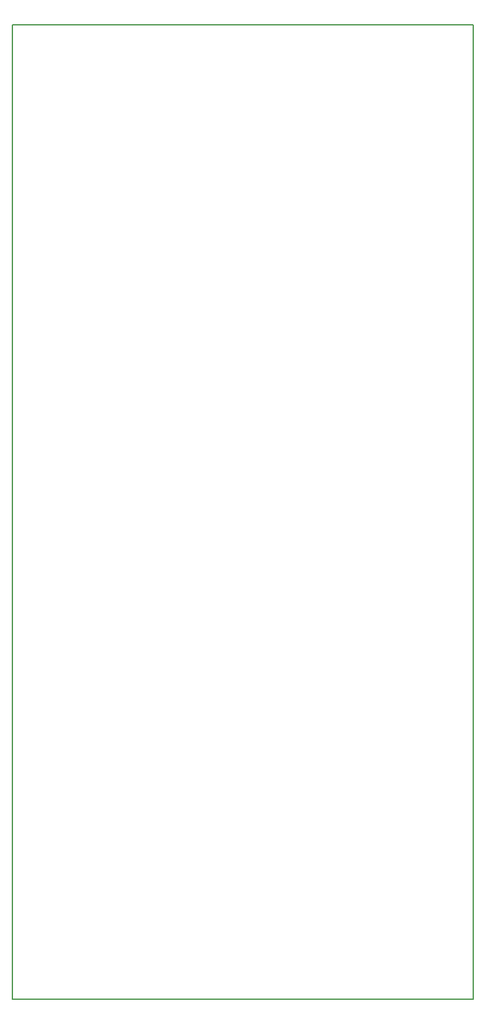
<source format=gbr>
G04 #@! TF.GenerationSoftware,KiCad,Pcbnew,(5.1.7)-1*
G04 #@! TF.CreationDate,2020-10-19T19:05:30+02:00*
G04 #@! TF.ProjectId,Touch-Steuerung,546f7563-682d-4537-9465-756572756e67,1.0*
G04 #@! TF.SameCoordinates,Original*
G04 #@! TF.FileFunction,Profile,NP*
%FSLAX46Y46*%
G04 Gerber Fmt 4.6, Leading zero omitted, Abs format (unit mm)*
G04 Created by KiCad (PCBNEW (5.1.7)-1) date 2020-10-19 19:05:30*
%MOMM*%
%LPD*%
G01*
G04 APERTURE LIST*
G04 #@! TA.AperFunction,Profile*
%ADD10C,0.150000*%
G04 #@! TD*
G04 APERTURE END LIST*
D10*
X69800000Y-172700000D02*
X69800000Y-39700000D01*
X132800000Y-172700000D02*
X69800000Y-172700000D01*
X132800000Y-39700000D02*
X132800000Y-172700000D01*
X69800000Y-39700000D02*
X132800000Y-39700000D01*
M02*

</source>
